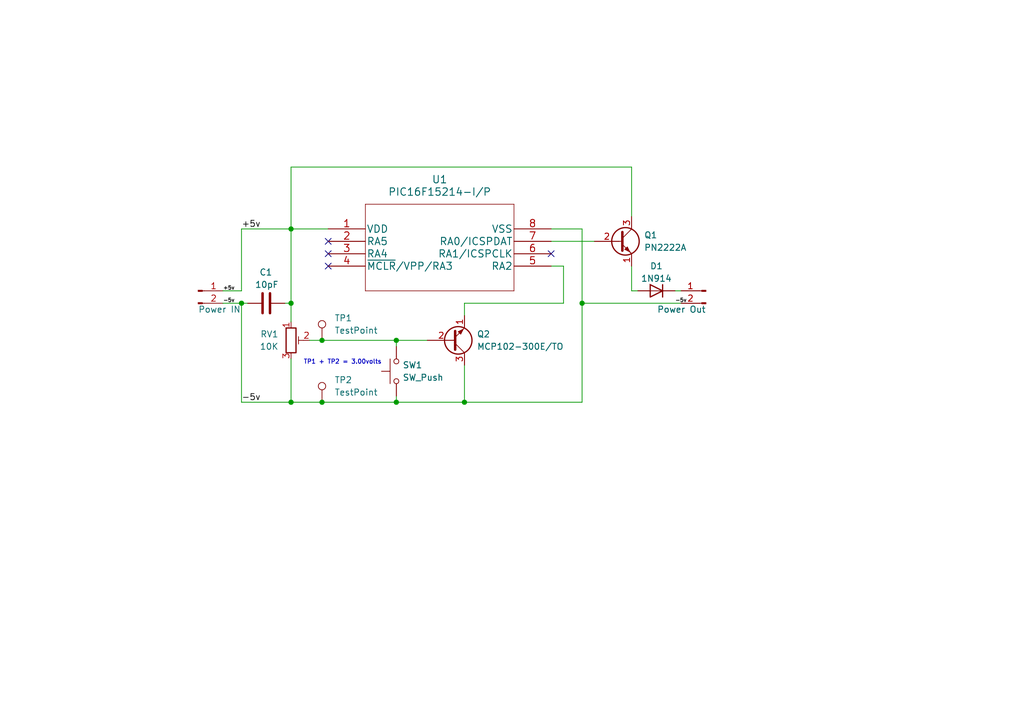
<source format=kicad_sch>
(kicad_sch (version 20211123) (generator eeschema)
  (paper "A5")
  (title_block (date "2022-02-15") (rev "B"))
  (lib_symbols
    (symbol "Conn_01x02_Male_1" (pin_names (offset 1.016) hide)
      (property "Value" "Power IN" (at 0 -3.81 0))
      (symbol "Conn_01x02_Male_1_1_1"
        (polyline (pts (xy 1.27 -2.54) (xy 0.8636 -2.54)) (stroke (width 0.1524)))
        (polyline (pts (xy 1.27 0) (xy 0.8636 0)) (stroke (width 0.1524)))
        (rectangle (start 0.8636 -2.413) (end 0 -2.667) (stroke (width 0.1524)) (fill (type outline)))
        (rectangle (start 0.8636 0.127) (end 0 -0.127) (stroke (width 0.1524)) (fill (type outline)))
        (pin power_out line (at 5.08 0 180) (length 3.81) (name "Pin_1") (number "1"))
        (pin power_in line (at 5.08 -2.54 180) (length 3.81) (name "Pin_2") (number "2"))
      )
    )
    (symbol "Connector:Conn_01x02_Male" (pin_names (offset 1.016) hide)
      (property "Value" "Power Out" (at 0 -3.81 0))
      (symbol "Conn_01x02_Male_1_1"
        (polyline (pts (xy 1.27 -2.54) (xy 0.8636 -2.54)) (stroke (width 0.1524)))
        (polyline (pts (xy 1.27 0) (xy 0.8636 0)) (stroke (width 0.1524)))
        (rectangle (start 0.8636 -2.413) (end 0 -2.667) (stroke (width 0.1524)) (fill (type outline)))
        (rectangle (start 0.8636 0.127) (end 0 -0.127) (stroke (width 0.1524)) (fill (type outline)))
        (pin passive line (at 5.08 0 180) (length 3.81) (name "Pin_1") (number "1"))
        (pin power_out line (at 5.08 -2.54 180) (length 3.81) (name "Pin_2") (number "2"))
      )
    )
    (symbol "Connector:TestPoint" (pin_numbers hide) (pin_names (offset 0.762) hide)
      (property "Reference" "TP" (at 0 6.858 0))
      (property "Value" "TestPoint" (at 0 5.08 0))
      (symbol "TestPoint_0_1"
        (circle (center 0 3.302) (radius 0.762))
      )
      (symbol "TestPoint_1_1"
        (pin passive line (at 0 0 90) (length 2.54) (name "1") (number "1"))
      )
    )
    (symbol "Device:C" (pin_numbers hide) (pin_names (offset 0.254))
      (property "Reference" "C" (at 0.635 2.54 0))
      (property "Value" "C" (at 0.635 -2.54 0))
      (symbol "C_0_1"
        (polyline (pts (xy -2.032 -0.762) (xy 2.032 -0.762)) (stroke (width 0.508)))
        (polyline (pts (xy -2.032 0.762) (xy 2.032 0.762)) (stroke (width 0.508)))
      )
      (symbol "C_1_1"
        (pin passive line (at 0 3.81 270) (length 2.794) (name "~") (number "1"))
        (pin passive line (at 0 -3.81 90) (length 2.794) (name "~") (number "2"))
      )
    )
    (symbol "Device:R_Potentiometer_Trim" (pin_names (offset 1.016) hide)
      (property "Reference" "RV" (at -4.445 0 90))
      (property "Value" "R_Potentiometer_Trim" (at -2.54 0 90))
      (symbol "R_Potentiometer_Trim_0_1"
        (polyline (pts (xy 1.524 0.762) (xy 1.524 -0.762)))
        (polyline (pts (xy 2.54 0) (xy 1.524 0)))
        (rectangle (start 1.016 2.54) (end -1.016 -2.54) (stroke (width 0.254)))
      )
      (symbol "R_Potentiometer_Trim_1_1"
        (pin passive line (at 0 3.81 270) (length 1.27) (name "1") (number "1"))
        (pin passive line (at 3.81 0 180) (length 1.27) (name "2") (number "2"))
        (pin passive line (at 0 -3.81 90) (length 1.27) (name "3") (number "3"))
      )
    )
    (symbol "Diode:1N914" (pin_numbers hide) (pin_names (offset 1.016) hide)
      (property "Reference" "D" (at 0 2.54 0))
      (property "Value" "1N914" (at 0 -2.54 0))
      (symbol "1N914_0_1"
        (polyline (pts (xy -1.27 1.27) (xy -1.27 -1.27)) (stroke (width 0.254)))
        (polyline (pts (xy 1.27 0) (xy -1.27 0)))
        (polyline (pts (xy 1.27 1.27) (xy 1.27 -1.27) (xy -1.27 0) (xy 1.27 1.27)) (stroke (width 0.254)))
      )
      (symbol "1N914_1_1"
        (pin passive line (at -3.81 0 0) (length 2.54) (name "K") (number "1"))
        (pin passive line (at 3.81 0 180) (length 2.54) (name "A") (number "2"))
      )
    )
    (symbol "MCP102:MCP102-300E{slash}TO" (pin_names (offset 0.254))
      (property "Reference" "Q2" (at 16.51 -1.27 0))
      (property "Value" "MCP102-300E/TO" (at 16.51 -3.81 0))
      (symbol "MCP102-300E{slash}TO_0_1"
        (polyline (pts (xy 12.065 -3.175) (xy 13.97 -5.08)))
        (polyline (pts (xy 12.065 -4.445) (xy 12.065 -0.635) (xy 12.065 -0.635)) (stroke (width 0.508)))
        (polyline (pts (xy 12.065 -1.905) (xy 13.97 0) (xy 13.97 0)))
        (polyline (pts (xy 12.7 -0.762) (xy 13.208 -1.27) (xy 13.716 -0.254) (xy 12.7 -0.762) (xy 12.7 -0.762)) (fill (type outline)))
        (circle (center 12.7 -2.54) (radius 2.8194) (stroke (width 0.254)))
      )
      (symbol "MCP102-300E{slash}TO_1_1"
        (pin passive line (at 13.97 2.54 270) (length 2.54) (name "") (number "1"))
        (pin passive line (at 6.35 -2.54 0) (length 5.715) (name "") (number "2"))
        (pin passive line (at 13.97 -7.62 90) (length 2.54) (name "") (number "3"))
      )
    )
    (symbol "PIC16F15214:PIC16F15214-I{slash}P" (pin_names (offset 0.254))
      (property "Reference" "U1" (at 38.1 10.16 0))
      (property "Value" "PIC16F15214-I/P" (at 38.1 7.62 0))
      (symbol "PIC16F15214-I{slash}P_1_1"
        (polyline (pts (xy 22.86 -12.7) (xy 53.34 -12.7)) (stroke (width 0.127)))
        (polyline (pts (xy 22.86 5.08) (xy 22.86 -12.7)) (stroke (width 0.127)))
        (polyline (pts (xy 53.34 -12.7) (xy 53.34 5.08)) (stroke (width 0.127)))
        (polyline (pts (xy 53.34 5.08) (xy 22.86 5.08)) (stroke (width 0.127)))
        (pin power_in line (at 15.24 0 0) (length 7.62) (name "VDD") (number "1"))
        (pin bidirectional line (at 15.24 -2.54 0) (length 7.62) (name "RA5") (number "2"))
        (pin bidirectional line (at 15.24 -5.08 0) (length 7.62) (name "RA4") (number "3"))
        (pin bidirectional line (at 15.24 -7.62 0) (length 7.62) (name "~{MCLR}/VPP/RA3") (number "4"))
        (pin bidirectional line (at 60.96 -7.62 180) (length 7.62) (name "RA2") (number "5"))
        (pin bidirectional line (at 60.96 -5.08 180) (length 7.62) (name "RA1/ICSPCLK") (number "6"))
        (pin bidirectional line (at 60.96 -2.54 180) (length 7.62) (name "RA0/ICSPDAT") (number "7"))
        (pin power_in line (at 60.96 0 180) (length 7.62) (name "VSS") (number "8"))
      )
    )
    (symbol "Switch:SW_Push" (pin_numbers hide) (pin_names (offset 1.016) hide)
      (property "Reference" "SW" (at 1.27 2.54 0))
      (property "Value" "SW_Push" (at 0 -1.524 0))
      (symbol "SW_Push_0_1"
        (circle (center -2.032 0) (radius 0.508))
        (polyline (pts (xy 0 1.27) (xy 0 3.048)))
        (polyline (pts (xy 2.54 1.27) (xy -2.54 1.27)))
        (circle (center 2.032 0) (radius 0.508))
        (pin passive line (at -5.08 0 0) (length 2.54) (name "1") (number "1"))
        (pin passive line (at 5.08 0 180) (length 2.54) (name "2") (number "2"))
      )
    )
    (symbol "Transistor_BJT:PN2222A" (pin_names (offset 0) hide)
      (property "Reference" "Q" (at 5.08 1.905 0))
      (property "Value" "PN2222A" (at 5.08 0 0))
      (symbol "PN2222A_0_1"
        (polyline (pts (xy 0 0) (xy 0.635 0)))
        (polyline (pts (xy 2.54 -2.54) (xy 0.635 -0.635)))
        (polyline (pts (xy 2.54 2.54) (xy 0.635 0.635)))
        (polyline (pts (xy 0.635 1.905) (xy 0.635 -1.905) (xy 0.635 -1.905)) (stroke (width 0.508)))
        (polyline (pts (xy 2.413 -2.413) (xy 1.905 -1.905) (xy 1.905 -1.905)))
        (polyline (pts (xy 1.143 -1.651) (xy 1.651 -1.143) (xy 2.159 -2.159) (xy 1.143 -1.651) (xy 1.143 -1.651)) (fill (type outline)))
        (circle (center 1.27 0) (radius 2.8194) (stroke (width 0.254)))
      )
      (symbol "PN2222A_1_1"
        (pin passive line (at 2.54 -5.08 90) (length 2.54) (name "E") (number "1"))
        (pin input line (at -5.08 0 0) (length 5.08) (name "B") (number "2"))
        (pin passive line (at 2.54 5.08 270) (length 2.54) (name "C") (number "3"))
      )
    )
  )
  (junction (at 59.69 82.55))
  (junction (at 66.04 82.55))
  (junction (at 119.38 62.23))
  (junction (at 49.53 62.23))
  (junction (at 66.04 69.85))
  (junction (at 95.25 82.55))
  (junction (at 81.28 69.85))
  (junction (at 81.28 82.55))
  (junction (at 59.69 46.99))
  (junction (at 59.69 62.23))
  (no_connect (at 113.03 52.07))
  (no_connect (at 67.31 54.61))
  (no_connect (at 67.31 52.07))
  (no_connect (at 67.31 49.53))
  (wire (pts (xy 119.38 82.55) (xy 95.25 82.55)))
  (wire (pts (xy 115.57 62.23) (xy 115.57 54.61)))
  (wire (pts (xy 49.53 62.23) (xy 50.8 62.23)))
  (wire (pts (xy 49.53 46.99) (xy 49.53 59.69)))
  (wire (pts (xy 95.25 62.23) (xy 95.25 64.77)))
  (wire (pts (xy 59.69 73.66) (xy 59.69 82.55)))
  (wire (pts (xy 129.54 54.61) (xy 129.54 59.69)))
  (wire (pts (xy 119.38 62.23) (xy 139.7 62.23)))
  (wire (pts (xy 95.25 62.23) (xy 115.57 62.23)))
  (wire (pts (xy 129.54 34.29) (xy 129.54 44.45)))
  (wire (pts (xy 59.69 46.99) (xy 59.69 62.23)))
  (wire (pts (xy 59.69 62.23) (xy 59.69 66.04)))
  (wire (pts (xy 81.28 69.85) (xy 87.63 69.85)))
  (wire (pts (xy 49.53 62.23) (xy 49.53 82.55)))
  (wire (pts (xy 49.53 46.99) (xy 59.69 46.99)))
  (wire (pts (xy 59.69 62.23) (xy 58.42 62.23)))
  (wire (pts (xy 119.38 46.99) (xy 113.03 46.99)))
  (wire (pts (xy 115.57 54.61) (xy 113.03 54.61)))
  (wire (pts (xy 81.28 69.85) (xy 81.28 71.12)))
  (wire (pts (xy 63.5 69.85) (xy 66.04 69.85)))
  (wire (pts (xy 66.04 69.85) (xy 81.28 69.85)))
  (wire (pts (xy 49.53 82.55) (xy 59.69 82.55)))
  (wire (pts (xy 59.69 82.55) (xy 66.04 82.55)))
  (wire (pts (xy 129.54 34.29) (xy 59.69 34.29)))
  (wire (pts (xy 59.69 34.29) (xy 59.69 46.99)))
  (wire (pts (xy 81.28 82.55) (xy 95.25 82.55)))
  (wire (pts (xy 119.38 62.23) (xy 119.38 82.55)))
  (wire (pts (xy 59.69 46.99) (xy 67.31 46.99)))
  (wire (pts (xy 129.54 59.69) (xy 130.81 59.69)))
  (wire (pts (xy 45.72 59.69) (xy 49.53 59.69)))
  (wire (pts (xy 113.03 49.53) (xy 121.92 49.53)))
  (wire (pts (xy 45.72 62.23) (xy 49.53 62.23)))
  (wire (pts (xy 119.38 46.99) (xy 119.38 62.23)))
  (wire (pts (xy 66.04 82.55) (xy 81.28 82.55)))
  (wire (pts (xy 138.43 59.69) (xy 139.7 59.69)))
  (wire (pts (xy 95.25 74.93) (xy 95.25 82.55)))
  (wire (pts (xy 81.28 81.28) (xy 81.28 82.55)))
  (text "TP1 + TP2 = 3.00volts" (at 62.23 74.93 0) (effects (font (size 0.889 0.889)) (justify left bottom)))
  (label "+5v" (at 45.72 59.69 0) (effects (font (size 0.762 0.762))))
  (label "-5v" (at 49.53 82.55 0))
  (label "-5v" (at 138.43 62.23 0) (effects (font (size 0.762 0.762))))
  (label "-5v" (at 45.72 62.23 0) (effects (font (size 0.762 0.762))))
  (label "+5v" (at 49.53 46.99 0))
  (symbol (lib_id "Connector:TestPoint") (at 66.04 82.55 0) (unit 1)
    (property "Reference" "TP2" (at 68.58 77.9779 0) (effects (justify left)))
    (property "Value" "TestPoint" (at 68.58 80.5179 0) (effects (justify left)))
    (property "Footprint" "TestPoint:TestPoint_Pad_D3.0mm" (effects hide))
  )
  (symbol (lib_id "Device:R_Potentiometer_Trim") (at 59.69 69.85 0) (unit 1)
    (property "Reference" "RV1" (at 57.15 68.5799 0) (effects (justify right)))
    (property "Value" "10K" (at 57.15 71.1199 0) (effects (justify right)))
    (property "Footprint" "Potentiometer_THT:Potentiometer_Bourns_3266Y_Vertical" (effects hide))
  )
  (symbol (lib_id "Diode:1N914") (at 134.62 59.69 0) (mirror y) (unit 1)
    (property "Reference" "D1" (at 134.62 54.61 0))
    (property "Value" "1N914" (at 134.62 57.15 0))
    (property "Footprint" "Diode_THT:D_DO-35_SOD27_P7.62mm_Horizontal" (effects hide))
    (property "Datasheet" "http://www.vishay.com/docs/85622/1n914.pdf" (effects hide))
  )
  (symbol (lib_id "Switch:SW_Push") (at 81.28 76.2 90) (unit 1)
    (property "Reference" "SW1" (at 82.55 74.9299 90) (effects (justify right)))
    (property "Value" "SW_Push" (at 82.55 77.4699 90) (effects (justify right)))
    (property "Footprint" "Button_Switch_THT:SW_PUSH_6mm" (effects hide))
  )
  (symbol (lib_id "PIC16F15214:PIC16F15214-I{slash}P") (at 52.07 46.99 0) (unit 1)
    (property "Reference" "U1" (at 90.17 36.83 0) (effects (font (size 1.524 1.524))))
    (property "Value" "PIC16F15214-I/P" (at 90.17 39.37 0) (effects (font (size 1.524 1.524))))
    (property "Footprint" "Package_DIP:DIP-8_W7.62mm_Socket" (effects hide))
  )
  (symbol (lib_id "Device:C") (at 54.61 62.23 90) (unit 1)
    (property "Reference" "C1" (at 55.88 55.88 90) (effects (justify left)))
    (property "Value" "10pF" (at 57.15 58.42 90) (effects (justify left)))
    (property "Footprint" "Capacitor_THT:C_Disc_D7.5mm_W2.5mm_P5.00mm" (effects hide))
  )
  (symbol (lib_id "Connector:Conn_01x02_Male") (at 144.78 59.69 0) (mirror y) (unit 1)
    (property "Reference" "J2" (effects hide))
    (property "Value" "Power Out" (at 144.78 63.5 0) (effects (justify left)))
    (property "Footprint" "Connector_PinHeader_2.54mm:PinHeader_1x02_P2.54mm_Vertical" (effects hide))
  )
  (symbol (lib_id "Transistor_BJT:PN2222A") (at 127 49.53 0) (unit 1)
    (property "Reference" "Q1" (at 132.08 48.2599 0) (effects (justify left)))
    (property "Value" "PN2222A" (at 132.08 50.7999 0) (effects (justify left)))
    (property "Footprint" "Package_TO_SOT_THT:TO-92" (effects hide))
    (property "Datasheet" "https://www.onsemi.com/pub/Collateral/PN2222-D.PDF" (effects hide))
  )
  (symbol (lib_name "Conn_01x02_Male_1") (lib_id "Connector:Conn_01x02_Male") (at 40.64 59.69 0) (unit 1)
    (property "Reference" "J1" (effects hide))
    (property "Value" "Power IN" (at 40.64 63.5 0) (effects (justify left)))
    (property "Footprint" "Connector_PinHeader_2.54mm:PinHeader_1x02_P2.54mm_Vertical" (effects hide))
  )
  (symbol (lib_id "MCP102:MCP102-300E{slash}TO") (at 81.28 67.31 0) (unit 1)
    (property "Reference" "Q2" (at 97.79 68.58 0) (effects (justify left)))
    (property "Value" "MCP102-300E/TO" (at 97.79 71.12 0) (effects (justify left)))
    (property "Footprint" "Package_TO_SOT_THT:TO-92" (effects hide))
  )
  (symbol (lib_id "Connector:TestPoint") (at 66.04 69.85 0) (unit 1)
    (property "Reference" "TP1" (at 68.58 65.2779 0) (effects (justify left)))
    (property "Value" "TestPoint" (at 68.58 67.8179 0) (effects (justify left)))
    (property "Footprint" "TestPoint:TestPoint_Pad_D3.0mm" (effects hide))
  )
)
</source>
